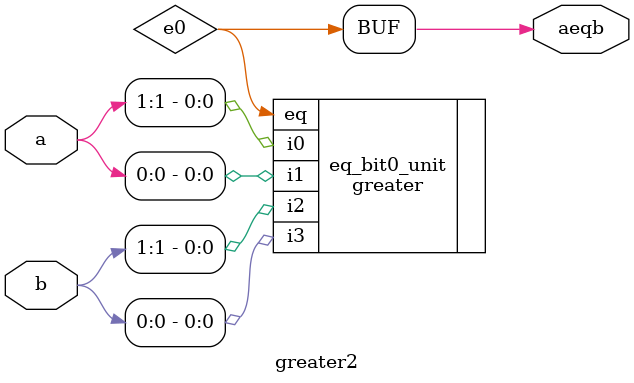
<source format=v>
module greater2
   (
    input  wire[1:0] a, b,			
    output wire aeqb
   );
   // internal signal declaration, used to wire outpus of the 1 bit comparators
   wire e0;
   // body
   greater eq_bit0_unit (.i1(a[0]), .i0(a[1]), .i3(b[0]), .i2(b[1]), .eq(e0));
   
   assign aeqb = e0 ;
endmodule
</source>
